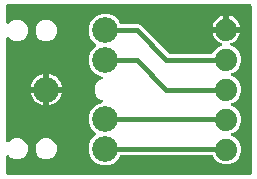
<source format=gbr>
G04 EAGLE Gerber RS-274X export*
G75*
%MOMM*%
%FSLAX34Y34*%
%LPD*%
%INTop Copper*%
%IPPOS*%
%AMOC8*
5,1,8,0,0,1.08239X$1,22.5*%
G01*
%ADD10C,2.184400*%
%ADD11C,1.879600*%
%ADD12C,0.406400*%

G36*
X210684Y4080D02*
X210684Y4080D01*
X210803Y4087D01*
X210841Y4100D01*
X210882Y4105D01*
X210992Y4148D01*
X211105Y4185D01*
X211140Y4207D01*
X211177Y4222D01*
X211273Y4291D01*
X211374Y4355D01*
X211402Y4385D01*
X211435Y4408D01*
X211511Y4500D01*
X211592Y4587D01*
X211612Y4622D01*
X211637Y4653D01*
X211688Y4761D01*
X211746Y4865D01*
X211756Y4905D01*
X211773Y4941D01*
X211795Y5058D01*
X211825Y5173D01*
X211829Y5233D01*
X211833Y5253D01*
X211831Y5274D01*
X211835Y5334D01*
X211835Y147066D01*
X211820Y147184D01*
X211813Y147303D01*
X211800Y147341D01*
X211795Y147382D01*
X211752Y147492D01*
X211715Y147605D01*
X211693Y147640D01*
X211678Y147677D01*
X211609Y147773D01*
X211545Y147874D01*
X211515Y147902D01*
X211492Y147935D01*
X211400Y148011D01*
X211313Y148092D01*
X211278Y148112D01*
X211247Y148137D01*
X211139Y148188D01*
X211035Y148246D01*
X210995Y148256D01*
X210959Y148273D01*
X210842Y148295D01*
X210727Y148325D01*
X210667Y148329D01*
X210647Y148333D01*
X210626Y148331D01*
X210566Y148335D01*
X5334Y148335D01*
X5216Y148320D01*
X5097Y148313D01*
X5059Y148300D01*
X5018Y148295D01*
X4908Y148252D01*
X4795Y148215D01*
X4760Y148193D01*
X4723Y148178D01*
X4627Y148109D01*
X4526Y148045D01*
X4498Y148015D01*
X4465Y147992D01*
X4389Y147900D01*
X4308Y147813D01*
X4288Y147778D01*
X4263Y147747D01*
X4212Y147639D01*
X4154Y147535D01*
X4144Y147495D01*
X4127Y147459D01*
X4105Y147342D01*
X4075Y147227D01*
X4071Y147167D01*
X4067Y147147D01*
X4069Y147126D01*
X4065Y147066D01*
X4065Y133026D01*
X4082Y132888D01*
X4095Y132749D01*
X4102Y132730D01*
X4105Y132710D01*
X4156Y132581D01*
X4203Y132450D01*
X4214Y132433D01*
X4222Y132415D01*
X4303Y132302D01*
X4381Y132187D01*
X4397Y132174D01*
X4408Y132157D01*
X4516Y132068D01*
X4620Y131977D01*
X4638Y131967D01*
X4653Y131954D01*
X4779Y131895D01*
X4903Y131832D01*
X4923Y131828D01*
X4941Y131819D01*
X5078Y131793D01*
X5213Y131762D01*
X5234Y131763D01*
X5253Y131759D01*
X5392Y131768D01*
X5531Y131772D01*
X5551Y131778D01*
X5571Y131779D01*
X5703Y131822D01*
X5837Y131860D01*
X5854Y131871D01*
X5873Y131877D01*
X5991Y131951D01*
X6111Y132022D01*
X6132Y132040D01*
X6142Y132047D01*
X6156Y132062D01*
X6231Y132128D01*
X7974Y133871D01*
X11300Y135249D01*
X14900Y135249D01*
X18226Y133871D01*
X20771Y131326D01*
X22149Y128000D01*
X22149Y124400D01*
X20771Y121074D01*
X18226Y118529D01*
X14900Y117151D01*
X11300Y117151D01*
X7974Y118529D01*
X6231Y120272D01*
X6122Y120357D01*
X6015Y120446D01*
X5996Y120454D01*
X5980Y120467D01*
X5852Y120522D01*
X5727Y120581D01*
X5707Y120585D01*
X5688Y120593D01*
X5550Y120615D01*
X5414Y120641D01*
X5394Y120640D01*
X5374Y120643D01*
X5235Y120630D01*
X5097Y120621D01*
X5078Y120615D01*
X5058Y120613D01*
X4926Y120566D01*
X4795Y120523D01*
X4777Y120512D01*
X4758Y120505D01*
X4643Y120427D01*
X4526Y120353D01*
X4512Y120338D01*
X4495Y120327D01*
X4403Y120223D01*
X4308Y120121D01*
X4298Y120104D01*
X4285Y120088D01*
X4221Y119964D01*
X4154Y119843D01*
X4149Y119823D01*
X4140Y119805D01*
X4110Y119669D01*
X4075Y119535D01*
X4073Y119507D01*
X4070Y119495D01*
X4071Y119474D01*
X4065Y119374D01*
X4065Y33026D01*
X4082Y32888D01*
X4095Y32749D01*
X4102Y32730D01*
X4105Y32710D01*
X4156Y32581D01*
X4203Y32450D01*
X4214Y32433D01*
X4222Y32415D01*
X4303Y32302D01*
X4381Y32187D01*
X4397Y32174D01*
X4408Y32157D01*
X4516Y32068D01*
X4620Y31977D01*
X4638Y31967D01*
X4653Y31954D01*
X4779Y31895D01*
X4903Y31832D01*
X4923Y31828D01*
X4941Y31819D01*
X5078Y31793D01*
X5213Y31762D01*
X5234Y31763D01*
X5253Y31759D01*
X5392Y31768D01*
X5531Y31772D01*
X5551Y31778D01*
X5571Y31779D01*
X5703Y31822D01*
X5837Y31860D01*
X5854Y31871D01*
X5873Y31877D01*
X5991Y31951D01*
X6111Y32022D01*
X6132Y32040D01*
X6142Y32047D01*
X6156Y32062D01*
X6231Y32128D01*
X7974Y33871D01*
X11300Y35249D01*
X14900Y35249D01*
X18226Y33871D01*
X20771Y31326D01*
X22149Y28000D01*
X22149Y24400D01*
X20771Y21074D01*
X18226Y18529D01*
X14900Y17151D01*
X11300Y17151D01*
X7974Y18529D01*
X6231Y20272D01*
X6122Y20357D01*
X6015Y20446D01*
X5996Y20454D01*
X5980Y20467D01*
X5852Y20522D01*
X5727Y20581D01*
X5707Y20585D01*
X5688Y20593D01*
X5550Y20615D01*
X5414Y20641D01*
X5394Y20640D01*
X5374Y20643D01*
X5235Y20630D01*
X5097Y20621D01*
X5078Y20615D01*
X5058Y20613D01*
X4926Y20566D01*
X4795Y20523D01*
X4777Y20512D01*
X4758Y20505D01*
X4643Y20427D01*
X4526Y20353D01*
X4512Y20338D01*
X4495Y20327D01*
X4403Y20223D01*
X4308Y20121D01*
X4298Y20104D01*
X4285Y20088D01*
X4221Y19964D01*
X4154Y19843D01*
X4149Y19823D01*
X4140Y19805D01*
X4110Y19669D01*
X4075Y19535D01*
X4073Y19507D01*
X4070Y19495D01*
X4071Y19474D01*
X4065Y19374D01*
X4065Y5334D01*
X4080Y5216D01*
X4087Y5097D01*
X4100Y5059D01*
X4105Y5018D01*
X4148Y4908D01*
X4185Y4795D01*
X4207Y4760D01*
X4222Y4723D01*
X4291Y4627D01*
X4355Y4526D01*
X4385Y4498D01*
X4408Y4465D01*
X4500Y4389D01*
X4587Y4308D01*
X4622Y4288D01*
X4653Y4263D01*
X4761Y4212D01*
X4865Y4154D01*
X4905Y4144D01*
X4941Y4127D01*
X5058Y4105D01*
X5173Y4075D01*
X5233Y4071D01*
X5253Y4067D01*
X5274Y4069D01*
X5334Y4065D01*
X210566Y4065D01*
X210684Y4080D01*
G37*
%LPC*%
G36*
X85321Y12229D02*
X85321Y12229D01*
X80186Y14356D01*
X76256Y18286D01*
X74129Y23421D01*
X74129Y28979D01*
X76256Y34114D01*
X79945Y37803D01*
X80018Y37897D01*
X80097Y37986D01*
X80115Y38022D01*
X80140Y38054D01*
X80187Y38163D01*
X80241Y38269D01*
X80250Y38308D01*
X80266Y38346D01*
X80285Y38463D01*
X80311Y38579D01*
X80310Y38620D01*
X80316Y38660D01*
X80305Y38778D01*
X80301Y38897D01*
X80290Y38936D01*
X80286Y38976D01*
X80246Y39089D01*
X80213Y39203D01*
X80192Y39238D01*
X80179Y39276D01*
X80112Y39374D01*
X80051Y39477D01*
X80012Y39522D01*
X80000Y39539D01*
X79985Y39552D01*
X79945Y39598D01*
X76256Y43286D01*
X74129Y48421D01*
X74129Y53979D01*
X76256Y59114D01*
X80186Y63044D01*
X85370Y65191D01*
X85491Y65260D01*
X85614Y65325D01*
X85629Y65339D01*
X85647Y65349D01*
X85747Y65445D01*
X85849Y65539D01*
X85860Y65556D01*
X85875Y65570D01*
X85948Y65689D01*
X86024Y65805D01*
X86031Y65824D01*
X86041Y65841D01*
X86082Y65974D01*
X86127Y66105D01*
X86129Y66126D01*
X86135Y66145D01*
X86141Y66283D01*
X86153Y66422D01*
X86149Y66443D01*
X86150Y66463D01*
X86122Y66598D01*
X86098Y66736D01*
X86090Y66754D01*
X86086Y66774D01*
X86024Y66899D01*
X85968Y67026D01*
X85955Y67042D01*
X85946Y67060D01*
X85856Y67166D01*
X85769Y67274D01*
X85753Y67286D01*
X85740Y67302D01*
X85626Y67382D01*
X85515Y67465D01*
X85490Y67478D01*
X85480Y67485D01*
X85460Y67492D01*
X85370Y67536D01*
X82974Y68529D01*
X80429Y71074D01*
X79051Y74400D01*
X79051Y78000D01*
X80429Y81326D01*
X82974Y83871D01*
X85370Y84864D01*
X85491Y84932D01*
X85614Y84997D01*
X85629Y85011D01*
X85647Y85021D01*
X85747Y85118D01*
X85849Y85211D01*
X85860Y85228D01*
X85875Y85242D01*
X85947Y85361D01*
X86024Y85477D01*
X86031Y85496D01*
X86041Y85514D01*
X86082Y85646D01*
X86127Y85778D01*
X86129Y85798D01*
X86135Y85817D01*
X86141Y85956D01*
X86153Y86095D01*
X86149Y86115D01*
X86150Y86135D01*
X86122Y86271D01*
X86098Y86408D01*
X86090Y86427D01*
X86086Y86447D01*
X86024Y86572D01*
X85968Y86698D01*
X85955Y86714D01*
X85946Y86732D01*
X85856Y86838D01*
X85769Y86947D01*
X85753Y86959D01*
X85740Y86974D01*
X85626Y87055D01*
X85515Y87138D01*
X85490Y87150D01*
X85480Y87157D01*
X85460Y87165D01*
X85370Y87209D01*
X80186Y89356D01*
X76256Y93286D01*
X74129Y98421D01*
X74129Y103979D01*
X76256Y109114D01*
X79945Y112802D01*
X80018Y112897D01*
X80097Y112986D01*
X80115Y113022D01*
X80140Y113054D01*
X80187Y113163D01*
X80241Y113269D01*
X80250Y113308D01*
X80266Y113346D01*
X80285Y113463D01*
X80311Y113579D01*
X80310Y113620D01*
X80316Y113660D01*
X80305Y113778D01*
X80301Y113897D01*
X80290Y113936D01*
X80286Y113976D01*
X80246Y114089D01*
X80213Y114203D01*
X80192Y114237D01*
X80179Y114276D01*
X80112Y114374D01*
X80051Y114477D01*
X80011Y114522D01*
X80000Y114539D01*
X79985Y114552D01*
X79945Y114597D01*
X76256Y118286D01*
X74129Y123421D01*
X74129Y128979D01*
X76256Y134114D01*
X80186Y138044D01*
X85321Y140171D01*
X90879Y140171D01*
X96014Y138044D01*
X99944Y134114D01*
X100793Y132064D01*
X100807Y132039D01*
X100816Y132011D01*
X100886Y131901D01*
X100950Y131788D01*
X100971Y131767D01*
X100987Y131742D01*
X101081Y131653D01*
X101172Y131560D01*
X101197Y131544D01*
X101218Y131524D01*
X101332Y131461D01*
X101443Y131393D01*
X101471Y131385D01*
X101497Y131370D01*
X101622Y131338D01*
X101747Y131300D01*
X101776Y131298D01*
X101805Y131291D01*
X101965Y131281D01*
X116111Y131281D01*
X117978Y130507D01*
X141433Y107052D01*
X141511Y106992D01*
X141583Y106924D01*
X141636Y106895D01*
X141684Y106858D01*
X141775Y106818D01*
X141862Y106770D01*
X141920Y106755D01*
X141976Y106731D01*
X142074Y106716D01*
X142170Y106691D01*
X142270Y106685D01*
X142290Y106681D01*
X142302Y106683D01*
X142330Y106681D01*
X178284Y106681D01*
X178313Y106684D01*
X178343Y106682D01*
X178471Y106704D01*
X178600Y106721D01*
X178627Y106731D01*
X178656Y106736D01*
X178775Y106790D01*
X178895Y106838D01*
X178919Y106855D01*
X178946Y106867D01*
X179048Y106948D01*
X179153Y107024D01*
X179172Y107047D01*
X179195Y107066D01*
X179273Y107169D01*
X179356Y107269D01*
X179368Y107296D01*
X179386Y107320D01*
X179457Y107464D01*
X179948Y108650D01*
X183450Y112152D01*
X186475Y113405D01*
X186501Y113420D01*
X186530Y113429D01*
X186639Y113499D01*
X186752Y113563D01*
X186773Y113584D01*
X186798Y113600D01*
X186887Y113694D01*
X186980Y113784D01*
X186996Y113810D01*
X187016Y113831D01*
X187079Y113945D01*
X187146Y114055D01*
X187155Y114084D01*
X187169Y114110D01*
X187202Y114235D01*
X187240Y114359D01*
X187241Y114389D01*
X187249Y114418D01*
X187249Y114548D01*
X187255Y114677D01*
X187249Y114706D01*
X187249Y114736D01*
X187217Y114861D01*
X187191Y114988D01*
X187178Y115015D01*
X187170Y115044D01*
X187108Y115157D01*
X187051Y115274D01*
X187032Y115297D01*
X187017Y115323D01*
X186929Y115417D01*
X186845Y115516D01*
X186820Y115533D01*
X186800Y115555D01*
X186691Y115624D01*
X186585Y115699D01*
X186557Y115710D01*
X186531Y115726D01*
X186382Y115785D01*
X185917Y115936D01*
X184243Y116789D01*
X182722Y117894D01*
X181394Y119222D01*
X180289Y120743D01*
X179436Y122417D01*
X178855Y124204D01*
X178815Y124461D01*
X189230Y124461D01*
X189348Y124476D01*
X189467Y124483D01*
X189505Y124496D01*
X189545Y124501D01*
X189656Y124544D01*
X189769Y124581D01*
X189803Y124603D01*
X189841Y124618D01*
X189937Y124688D01*
X190038Y124751D01*
X190066Y124781D01*
X190098Y124804D01*
X190174Y124896D01*
X190256Y124983D01*
X190275Y125018D01*
X190301Y125049D01*
X190352Y125157D01*
X190409Y125261D01*
X190420Y125301D01*
X190437Y125337D01*
X190459Y125454D01*
X190489Y125569D01*
X190493Y125630D01*
X190497Y125650D01*
X190495Y125670D01*
X190499Y125730D01*
X190499Y127001D01*
X190501Y127001D01*
X190501Y125730D01*
X190516Y125612D01*
X190523Y125493D01*
X190536Y125455D01*
X190541Y125414D01*
X190585Y125304D01*
X190621Y125191D01*
X190643Y125156D01*
X190658Y125119D01*
X190728Y125023D01*
X190791Y124922D01*
X190821Y124894D01*
X190845Y124861D01*
X190936Y124786D01*
X191023Y124704D01*
X191058Y124684D01*
X191090Y124659D01*
X191197Y124608D01*
X191302Y124550D01*
X191341Y124540D01*
X191377Y124523D01*
X191494Y124501D01*
X191609Y124471D01*
X191670Y124467D01*
X191690Y124463D01*
X191710Y124465D01*
X191770Y124461D01*
X202185Y124461D01*
X202145Y124204D01*
X201564Y122417D01*
X200711Y120743D01*
X199606Y119222D01*
X198278Y117894D01*
X196757Y116789D01*
X195083Y115936D01*
X194618Y115785D01*
X194591Y115772D01*
X194562Y115765D01*
X194448Y115705D01*
X194330Y115650D01*
X194307Y115631D01*
X194281Y115617D01*
X194185Y115530D01*
X194085Y115447D01*
X194068Y115423D01*
X194046Y115403D01*
X193974Y115294D01*
X193898Y115190D01*
X193887Y115162D01*
X193871Y115137D01*
X193829Y115014D01*
X193781Y114894D01*
X193777Y114864D01*
X193768Y114836D01*
X193757Y114707D01*
X193741Y114579D01*
X193745Y114549D01*
X193742Y114519D01*
X193765Y114391D01*
X193781Y114263D01*
X193792Y114235D01*
X193797Y114206D01*
X193850Y114088D01*
X193898Y113967D01*
X193915Y113943D01*
X193927Y113916D01*
X194008Y113815D01*
X194084Y113710D01*
X194107Y113691D01*
X194126Y113667D01*
X194230Y113589D01*
X194329Y113507D01*
X194356Y113494D01*
X194380Y113476D01*
X194525Y113405D01*
X197550Y112152D01*
X201052Y108650D01*
X202947Y104076D01*
X202947Y99124D01*
X201052Y94550D01*
X197550Y91048D01*
X195195Y90073D01*
X195075Y90004D01*
X194952Y89939D01*
X194937Y89925D01*
X194919Y89915D01*
X194819Y89818D01*
X194716Y89725D01*
X194705Y89708D01*
X194691Y89694D01*
X194618Y89576D01*
X194542Y89459D01*
X194535Y89440D01*
X194524Y89423D01*
X194484Y89290D01*
X194438Y89158D01*
X194437Y89138D01*
X194431Y89119D01*
X194424Y88980D01*
X194413Y88841D01*
X194417Y88821D01*
X194416Y88801D01*
X194444Y88665D01*
X194468Y88528D01*
X194476Y88509D01*
X194480Y88490D01*
X194541Y88365D01*
X194598Y88238D01*
X194611Y88222D01*
X194620Y88204D01*
X194710Y88098D01*
X194797Y87990D01*
X194813Y87977D01*
X194826Y87962D01*
X194940Y87882D01*
X195051Y87798D01*
X195076Y87786D01*
X195086Y87779D01*
X195105Y87772D01*
X195195Y87727D01*
X197550Y86752D01*
X201052Y83250D01*
X202947Y78676D01*
X202947Y73724D01*
X201052Y69150D01*
X197550Y65648D01*
X195195Y64673D01*
X195075Y64604D01*
X194952Y64539D01*
X194937Y64525D01*
X194919Y64515D01*
X194819Y64418D01*
X194716Y64325D01*
X194705Y64308D01*
X194691Y64294D01*
X194618Y64176D01*
X194542Y64059D01*
X194535Y64040D01*
X194524Y64023D01*
X194484Y63890D01*
X194438Y63758D01*
X194437Y63738D01*
X194431Y63719D01*
X194424Y63580D01*
X194413Y63441D01*
X194417Y63421D01*
X194416Y63401D01*
X194444Y63265D01*
X194468Y63128D01*
X194476Y63109D01*
X194480Y63090D01*
X194541Y62965D01*
X194598Y62838D01*
X194611Y62822D01*
X194620Y62804D01*
X194710Y62698D01*
X194797Y62590D01*
X194813Y62577D01*
X194826Y62562D01*
X194940Y62482D01*
X195051Y62398D01*
X195076Y62386D01*
X195086Y62379D01*
X195105Y62372D01*
X195195Y62327D01*
X197550Y61352D01*
X201052Y57850D01*
X202947Y53276D01*
X202947Y48324D01*
X201052Y43750D01*
X197550Y40248D01*
X195195Y39273D01*
X195075Y39204D01*
X194952Y39139D01*
X194937Y39125D01*
X194919Y39115D01*
X194819Y39018D01*
X194716Y38925D01*
X194705Y38908D01*
X194691Y38894D01*
X194618Y38776D01*
X194542Y38659D01*
X194535Y38640D01*
X194524Y38623D01*
X194484Y38490D01*
X194438Y38358D01*
X194437Y38338D01*
X194431Y38319D01*
X194424Y38180D01*
X194413Y38041D01*
X194417Y38021D01*
X194416Y38001D01*
X194444Y37865D01*
X194468Y37728D01*
X194476Y37709D01*
X194480Y37690D01*
X194541Y37565D01*
X194598Y37438D01*
X194611Y37422D01*
X194620Y37404D01*
X194710Y37298D01*
X194797Y37190D01*
X194813Y37177D01*
X194826Y37162D01*
X194940Y37082D01*
X195051Y36998D01*
X195076Y36986D01*
X195086Y36979D01*
X195105Y36972D01*
X195195Y36927D01*
X197550Y35952D01*
X201052Y32450D01*
X202947Y27876D01*
X202947Y22924D01*
X201052Y18350D01*
X197550Y14848D01*
X192976Y12953D01*
X188024Y12953D01*
X183450Y14848D01*
X179948Y18350D01*
X179125Y20336D01*
X179111Y20361D01*
X179102Y20389D01*
X179032Y20499D01*
X178968Y20612D01*
X178947Y20633D01*
X178932Y20658D01*
X178837Y20747D01*
X178747Y20840D01*
X178721Y20856D01*
X178700Y20876D01*
X178586Y20939D01*
X178475Y21007D01*
X178447Y21015D01*
X178421Y21030D01*
X178296Y21062D01*
X178172Y21100D01*
X178142Y21102D01*
X178113Y21109D01*
X177953Y21119D01*
X101965Y21119D01*
X101936Y21116D01*
X101907Y21118D01*
X101779Y21096D01*
X101650Y21079D01*
X101622Y21069D01*
X101593Y21064D01*
X101475Y21010D01*
X101354Y20962D01*
X101330Y20945D01*
X101303Y20933D01*
X101202Y20852D01*
X101097Y20776D01*
X101078Y20753D01*
X101055Y20734D01*
X100977Y20631D01*
X100894Y20531D01*
X100881Y20504D01*
X100864Y20480D01*
X100793Y20336D01*
X99944Y18286D01*
X96014Y14356D01*
X90879Y12229D01*
X85321Y12229D01*
G37*
%LPD*%
%LPC*%
G36*
X36300Y117151D02*
X36300Y117151D01*
X32974Y118529D01*
X30429Y121074D01*
X29051Y124400D01*
X29051Y128000D01*
X30429Y131326D01*
X32974Y133871D01*
X36300Y135249D01*
X39900Y135249D01*
X43226Y133871D01*
X45771Y131326D01*
X47149Y128000D01*
X47149Y124400D01*
X45771Y121074D01*
X43226Y118529D01*
X39900Y117151D01*
X36300Y117151D01*
G37*
%LPD*%
%LPC*%
G36*
X36300Y17151D02*
X36300Y17151D01*
X32974Y18529D01*
X30429Y21074D01*
X29051Y24400D01*
X29051Y28000D01*
X30429Y31326D01*
X32974Y33871D01*
X36300Y35249D01*
X39900Y35249D01*
X43226Y33871D01*
X45771Y31326D01*
X47149Y28000D01*
X47149Y24400D01*
X45771Y21074D01*
X43226Y18529D01*
X39900Y17151D01*
X36300Y17151D01*
G37*
%LPD*%
%LPC*%
G36*
X40639Y78739D02*
X40639Y78739D01*
X40639Y89428D01*
X41253Y89331D01*
X43268Y88676D01*
X45156Y87714D01*
X46870Y86469D01*
X48369Y84970D01*
X49614Y83256D01*
X50576Y81368D01*
X51231Y79353D01*
X51328Y78739D01*
X40639Y78739D01*
G37*
%LPD*%
%LPC*%
G36*
X24872Y78739D02*
X24872Y78739D01*
X24969Y79353D01*
X25624Y81368D01*
X26586Y83256D01*
X27831Y84970D01*
X29330Y86469D01*
X31044Y87714D01*
X32932Y88676D01*
X34947Y89331D01*
X35561Y89428D01*
X35561Y78739D01*
X24872Y78739D01*
G37*
%LPD*%
%LPC*%
G36*
X40639Y73661D02*
X40639Y73661D01*
X51328Y73661D01*
X51231Y73047D01*
X50576Y71032D01*
X49614Y69144D01*
X48369Y67430D01*
X46870Y65931D01*
X45156Y64686D01*
X43268Y63724D01*
X41253Y63069D01*
X40639Y62972D01*
X40639Y73661D01*
G37*
%LPD*%
%LPC*%
G36*
X34947Y63069D02*
X34947Y63069D01*
X32932Y63724D01*
X31044Y64686D01*
X29330Y65931D01*
X27831Y67430D01*
X26586Y69144D01*
X25624Y71032D01*
X24969Y73047D01*
X24872Y73661D01*
X35561Y73661D01*
X35561Y62972D01*
X34947Y63069D01*
G37*
%LPD*%
%LPC*%
G36*
X193039Y129539D02*
X193039Y129539D01*
X193039Y138685D01*
X193296Y138645D01*
X195083Y138064D01*
X196757Y137211D01*
X198278Y136106D01*
X199606Y134778D01*
X200711Y133257D01*
X201564Y131583D01*
X202145Y129796D01*
X202185Y129539D01*
X193039Y129539D01*
G37*
%LPD*%
%LPC*%
G36*
X178815Y129539D02*
X178815Y129539D01*
X178855Y129796D01*
X179436Y131583D01*
X180289Y133257D01*
X181394Y134778D01*
X182722Y136106D01*
X184243Y137211D01*
X185917Y138064D01*
X187704Y138645D01*
X187961Y138685D01*
X187961Y129539D01*
X178815Y129539D01*
G37*
%LPD*%
%LPC*%
G36*
X38099Y76199D02*
X38099Y76199D01*
X38099Y76201D01*
X38101Y76201D01*
X38101Y76199D01*
X38099Y76199D01*
G37*
%LPD*%
D10*
X38100Y76200D03*
X88100Y101200D03*
X88100Y126200D03*
X88100Y51200D03*
X88100Y26200D03*
D11*
X190500Y127000D03*
X190500Y101600D03*
X190500Y76200D03*
X190500Y50800D03*
X190500Y25400D03*
D12*
X115100Y126200D02*
X88100Y126200D01*
X115100Y126200D02*
X139700Y101600D01*
X190500Y101600D01*
X114700Y101200D02*
X88100Y101200D01*
X114700Y101200D02*
X139700Y76200D01*
X190500Y76200D01*
X190100Y51200D02*
X88100Y51200D01*
X190100Y51200D02*
X190500Y50800D01*
X189700Y26200D02*
X88100Y26200D01*
X189700Y26200D02*
X190500Y25400D01*
M02*

</source>
